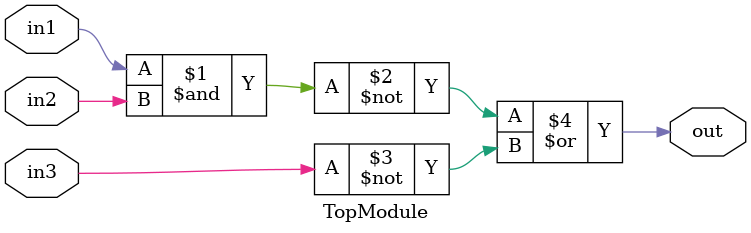
<source format=sv>

module TopModule (
  input in1,
  input in2,
  input in3,
  output logic out
);
assign out = ~(in1 & in2) | ~in3;
endmodule

</source>
